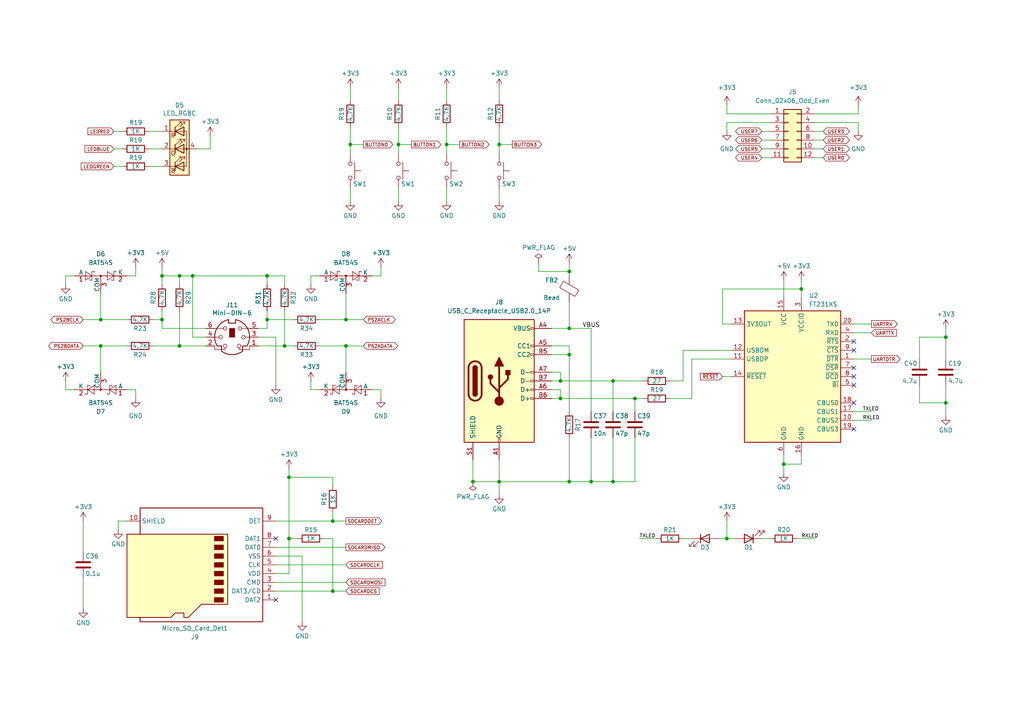
<source format=kicad_sch>
(kicad_sch (version 20250114) (generator "eeschema") (generator_version "9.0")
  (paper "A4")
  (lib_symbols
    (symbol "Connector:Micro_SD_Card_Det1"
      (property "Reference" "J" (at -16.51 17.78 0))
      (property "Value" "Micro_SD_Card_Det1" (at 16.51 17.78 0))
      (symbol "Micro_SD_Card_Det1_1_1"
        (pin bidirectional line (at -22.86 10.16 0) (length 3.81) (name "DAT2") (number "1"))
        (pin bidirectional line (at -22.86 7.62 0) (length 3.81) (name "DAT3/CD") (number "2"))
        (pin input line (at -22.86 5.08 0) (length 3.81) (name "CMD") (number "3"))
        (pin power_in line (at -22.86 2.54 0) (length 3.81) (name "VDD") (number "4"))
        (pin input line (at -22.86 0 0) (length 3.81) (name "CLK") (number "5"))
        (pin power_in line (at -22.86 -2.54 0) (length 3.81) (name "VSS") (number "6"))
        (pin bidirectional line (at -22.86 -5.08 0) (length 3.81) (name "DAT0") (number "7"))
        (pin bidirectional line (at -22.86 -7.62 0) (length 3.81) (name "DAT1") (number "8"))
        (pin passive line (at -22.86 -12.7 0) (length 3.81) (name "DET") (number "9"))
        (pin passive line (at 20.32 -12.7 180) (length 3.81) (name "SHIELD") (number "10"))
      )
    )
    (symbol "Connector:Mini-DIN-6" (pin_names (offset 1.016))
      (property "Reference" "J" (at 0 6.35 0))
      (property "Value" "Mini-DIN-6" (at 0 -6.35 0))
      (symbol "Mini-DIN-6_1_1"
        (pin passive line (at -7.62 2.54 0) (length 2.54) (name "~") (number "6"))
        (pin passive line (at -7.62 0 0) (length 2.54) (name "~") (number "4"))
        (pin passive line (at -7.62 -2.54 0) (length 2.54) (name "~") (number "2"))
        (pin passive line (at 7.62 2.54 180) (length 2.54) (name "~") (number "5"))
        (pin passive line (at 7.62 0 180) (length 2.54) (name "~") (number "3"))
        (pin passive line (at 7.62 -2.54 180) (length 2.54) (name "~") (number "1"))
      )
    )
    (symbol "Connector:USB_C_Receptacle_USB2.0_14P" (pin_names (offset 1.016))
      (property "Reference" "J" (at 0 22.225 0))
      (property "Value" "USB_C_Receptacle_USB2.0_14P" (at 0 19.685 0))
      (symbol "USB_C_Receptacle_USB2.0_14P_1_1"
        (pin passive line (at -7.62 -22.86 90) (length 5.08) (name "SHIELD") (number "S1"))
        (pin passive line (at 0 -22.86 90) (length 5.08) (name "GND") (number "A1"))
        (pin passive line (at 0 -22.86 90) (length 5.08) (hide yes) (name "GND") (number "A12"))
        (pin passive line (at 0 -22.86 90) (length 5.08) (hide yes) (name "GND") (number "B1"))
        (pin passive line (at 0 -22.86 90) (length 5.08) (hide yes) (name "GND") (number "B12"))
        (pin passive line (at 15.24 15.24 180) (length 5.08) (name "VBUS") (number "A4"))
        (pin passive line (at 15.24 15.24 180) (length 5.08) (hide yes) (name "VBUS") (number "A9"))
        (pin passive line (at 15.24 15.24 180) (length 5.08) (hide yes) (name "VBUS") (number "B4"))
        (pin passive line (at 15.24 15.24 180) (length 5.08) (hide yes) (name "VBUS") (number "B9"))
        (pin bidirectional line (at 15.24 10.16 180) (length 5.08) (name "CC1") (number "A5"))
        (pin bidirectional line (at 15.24 7.62 180) (length 5.08) (name "CC2") (number "B5"))
        (pin bidirectional line (at 15.24 2.54 180) (length 5.08) (name "D-") (number "A7"))
        (pin bidirectional line (at 15.24 0 180) (length 5.08) (name "D-") (number "B7"))
        (pin bidirectional line (at 15.24 -2.54 180) (length 5.08) (name "D+") (number "A6"))
        (pin bidirectional line (at 15.24 -5.08 180) (length 5.08) (name "D+") (number "B6"))
      )
    )
    (symbol "Connector_Generic:Conn_02x06_Odd_Even" (pin_names (offset 1.016) (hide yes))
      (property "Reference" "J" (at 1.27 7.62 0))
      (property "Value" "Conn_02x06_Odd_Even" (at 1.27 -10.16 0))
      (symbol "Conn_02x06_Odd_Even_1_1"
        (pin passive line (at -5.08 5.08 0) (length 3.81) (name "Pin_1") (number "1"))
        (pin passive line (at -5.08 2.54 0) (length 3.81) (name "Pin_3") (number "3"))
        (pin passive line (at -5.08 0 0) (length 3.81) (name "Pin_5") (number "5"))
        (pin passive line (at -5.08 -2.54 0) (length 3.81) (name "Pin_7") (number "7"))
        (pin passive line (at -5.08 -5.08 0) (length 3.81) (name "Pin_9") (number "9"))
        (pin passive line (at -5.08 -7.62 0) (length 3.81) (name "Pin_11") (number "11"))
        (pin passive line (at 7.62 5.08 180) (length 3.81) (name "Pin_2") (number "2"))
        (pin passive line (at 7.62 2.54 180) (length 3.81) (name "Pin_4") (number "4"))
        (pin passive line (at 7.62 0 180) (length 3.81) (name "Pin_6") (number "6"))
        (pin passive line (at 7.62 -2.54 180) (length 3.81) (name "Pin_8") (number "8"))
        (pin passive line (at 7.62 -5.08 180) (length 3.81) (name "Pin_10") (number "10"))
        (pin passive line (at 7.62 -7.62 180) (length 3.81) (name "Pin_12") (number "12"))
      )
    )
    (symbol "Device:C" (pin_numbers (hide yes)) (pin_names (offset 0.254))
      (property "Reference" "C" (at 0.635 2.54 0))
      (property "Value" "C" (at 0.635 -2.54 0))
      (symbol "C_1_1"
        (pin passive line (at 0 3.81 270) (length 2.794) (name "~") (number "1"))
        (pin passive line (at 0 -3.81 90) (length 2.794) (name "~") (number "2"))
      )
    )
    (symbol "Device:FerriteBead" (pin_numbers (hide yes)) (pin_names (offset 0))
      (property "Reference" "FB" (at -3.81 0.635 90))
      (property "Value" "FerriteBead" (at 3.81 0 90))
      (symbol "FerriteBead_1_1"
        (pin passive line (at 0 3.81 270) (length 2.54) (name "~") (number "1"))
        (pin passive line (at 0 -3.81 90) (length 2.54) (name "~") (number "2"))
      )
    )
    (symbol "Device:LED" (pin_numbers (hide yes)) (pin_names (offset 1.016) (hide yes))
      (property "Reference" "D" (at 0 2.54 0))
      (property "Value" "LED" (at 0 -2.54 0))
      (symbol "LED_1_1"
        (pin passive line (at -3.81 0 0) (length 2.54) (name "K") (number "1"))
        (pin passive line (at 3.81 0 180) (length 2.54) (name "A") (number "2"))
      )
    )
    (symbol "Device:LED_RGBA" (pin_names (offset 0) (hide yes))
      (property "Reference" "D" (at 0 9.398 0))
      (property "Value" "LED_RGBA" (at 0 -8.89 0))
      (symbol "LED_RGBA_0_0"
        (text "R" (at -1.905 3.81 0) (effects (font (size 1.27 1.27))))
        (text "G" (at -1.905 -1.27 0) (effects (font (size 1.27 1.27))))
        (text "B" (at -1.905 -6.35 0) (effects (font (size 1.27 1.27))))
      )
      (symbol "LED_RGBA_1_1"
        (pin passive line (at -5.08 5.08 0) (length 2.54) (name "RK") (number "1"))
        (pin passive line (at -5.08 0 0) (length 2.54) (name "GK") (number "2"))
        (pin passive line (at -5.08 -5.08 0) (length 2.54) (name "BK") (number "3"))
        (pin passive line (at 5.08 0 180) (length 2.54) (name "A") (number "4"))
      )
    )
    (symbol "Device:R" (pin_numbers (hide yes)) (pin_names (offset 0))
      (property "Reference" "R" (at 2.032 0 90))
      (property "Value" "R" (at 0 0 90))
      (symbol "R_1_1"
        (pin passive line (at 0 3.81 270) (length 1.27) (name "~") (number "1"))
        (pin passive line (at 0 -3.81 90) (length 1.27) (name "~") (number "2"))
      )
    )
    (symbol "Diode:BAT54S" (pin_names (offset 0))
      (property "Reference" "D" (at 2.54 -5.08 0))
      (property "Value" "BAT54S" (at -6.35 3.175 0))
      (symbol "BAT54S_1_1"
        (pin passive line (at -7.62 0 0) (length 3.81) (name "A") (number "1"))
        (pin passive line (at 0 -5.08 90) (length 5.08) (name "COM") (number "3"))
        (pin passive line (at 7.62 0 180) (length 3.81) (name "K") (number "2"))
      )
    )
    (symbol "Interface_USB:FT231XS"
      (property "Reference" "U" (at -13.97 20.32 0))
      (property "Value" "FT231XS" (at 7.62 20.32 0))
      (symbol "FT231XS_1_1"
        (pin power_out line (at -17.78 15.24 0) (length 3.81) (name "3V3OUT") (number "13"))
        (pin bidirectional line (at -17.78 7.62 0) (length 3.81) (name "USBDM") (number "12"))
        (pin bidirectional line (at -17.78 5.08 0) (length 3.81) (name "USBDP") (number "11"))
        (pin input line (at -17.78 0 0) (length 3.81) (name "~{RESET}") (number "14"))
        (pin power_in line (at -2.54 22.86 270) (length 3.81) (name "VCC") (number "15"))
        (pin power_in line (at -2.54 -22.86 90) (length 3.81) (name "GND") (number "6"))
        (pin power_in line (at 2.54 22.86 270) (length 3.81) (name "VCCIO") (number "3"))
        (pin power_in line (at 2.54 -22.86 90) (length 3.81) (name "GND") (number "16"))
        (pin output line (at 17.78 15.24 180) (length 3.81) (name "TXD") (number "20"))
        (pin input line (at 17.78 12.7 180) (length 3.81) (name "RXD") (number "4"))
        (pin output line (at 17.78 10.16 180) (length 3.81) (name "~{RTS}") (number "2"))
        (pin input line (at 17.78 7.62 180) (length 3.81) (name "~{CTS}") (number "9"))
        (pin output line (at 17.78 5.08 180) (length 3.81) (name "~{DTR}") (number "1"))
        (pin input line (at 17.78 2.54 180) (length 3.81) (name "~{DSR}") (number "7"))
        (pin input line (at 17.78 0 180) (length 3.81) (name "~{DCD}") (number "8"))
        (pin input line (at 17.78 -2.54 180) (length 3.81) (name "~{RI}") (number "5"))
        (pin bidirectional line (at 17.78 -7.62 180) (length 3.81) (name "CBUS0") (number "18"))
        (pin bidirectional line (at 17.78 -10.16 180) (length 3.81) (name "CBUS1") (number "17"))
        (pin bidirectional line (at 17.78 -12.7 180) (length 3.81) (name "CBUS2") (number "10"))
        (pin bidirectional line (at 17.78 -15.24 180) (length 3.81) (name "CBUS3") (number "19"))
      )
    )
    (symbol "Switch:SW_Push" (pin_numbers (hide yes)) (pin_names (offset 1.016) (hide yes))
      (property "Reference" "SW" (at 1.27 2.54 0))
      (property "Value" "SW_Push" (at 0 -1.524 0))
      (symbol "SW_Push_0_1"
        (pin passive line (at -5.08 0 0) (length 2.54) (name "1") (number "1"))
        (pin passive line (at 5.08 0 180) (length 2.54) (name "2") (number "2"))
      )
    )
    (symbol "power:+3V3" (power) (pin_numbers (hide yes)) (pin_names (offset 0) (hide yes))
      (property "Value" "+3V3" (at 0 3.556 0))
      (symbol "+3V3_1_1"
        (pin power_in line (at 0 0 90) (length 0) (name "~") (number "1"))
      )
    )
    (symbol "power:+5V" (power) (pin_numbers (hide yes)) (pin_names (offset 0) (hide yes))
      (property "Value" "+5V" (at 0 3.556 0))
      (symbol "+5V_1_1"
        (pin power_in line (at 0 0 90) (length 0) (name "~") (number "1"))
      )
    )
    (symbol "power:GND" (power) (pin_numbers (hide yes)) (pin_names (offset 0) (hide yes))
      (property "Value" "GND" (at 0 -3.81 0))
      (symbol "GND_1_1"
        (pin power_in line (at 0 0 270) (length 0) (name "~") (number "1"))
      )
    )
    (symbol "power:PWR_FLAG" (power) (pin_numbers (hide yes)) (pin_names (offset 0) (hide yes))
      (property "Value" "PWR_FLAG" (at 0 3.81 0))
      (symbol "PWR_FLAG_0_0"
        (pin power_out line (at 0 0 90) (length 0) (name "~") (number "1"))
      )
    )
  )
  (junction (at 29.21 100.33))
  (junction (at 210.82 156.21))
  (junction (at 274.32 116.84))
  (junction (at 77.47 80.01))
  (junction (at 184.15 115.57))
  (junction (at 137.16 139.7))
  (junction (at 46.99 92.71))
  (junction (at 165.1 102.87))
  (junction (at 83.82 138.43))
  (junction (at 52.07 100.33))
  (junction (at 274.32 97.79))
  (junction (at 100.33 92.71))
  (junction (at 232.41 83.82))
  (junction (at 129.54 41.91))
  (junction (at 144.78 139.7))
  (junction (at 162.56 115.57))
  (junction (at 82.55 100.33))
  (junction (at 101.6 41.91))
  (junction (at 29.21 92.71))
  (junction (at 177.8 139.7))
  (junction (at 83.82 156.21))
  (junction (at 162.56 110.49))
  (junction (at 165.1 139.7))
  (junction (at 52.07 80.01))
  (junction (at 96.52 171.45))
  (junction (at 177.8 110.49))
  (junction (at 171.45 139.7))
  (junction (at 144.78 41.91))
  (junction (at 165.1 95.25))
  (junction (at 227.33 134.62))
  (junction (at 96.52 151.13))
  (junction (at 115.57 41.91))
  (junction (at 55.88 80.01))
  (junction (at 77.47 92.71))
  (junction (at 100.33 100.33))
  (junction (at 165.1 78.74))
  (junction (at 46.99 80.01))
  (no_connect (at 80.01 173.99))
  (no_connect (at 247.65 116.84))
  (no_connect (at 247.65 111.76))
  (no_connect (at 247.65 124.46))
  (no_connect (at 247.65 99.06))
  (no_connect (at 247.65 106.68))
  (no_connect (at 247.65 109.22))
  (no_connect (at 247.65 101.6))
  (no_connect (at 80.01 156.21))
  (wire (pts (xy 129.54 41.91) (xy 133.35 41.91)))
  (wire (pts (xy 236.22 35.56) (xy 248.92 35.56)))
  (wire (pts (xy 198.12 110.49) (xy 198.12 101.6)))
  (wire (pts (xy 184.15 115.57) (xy 184.15 119.38)))
  (wire (pts (xy 83.82 138.43) (xy 96.52 138.43)))
  (wire (pts (xy 115.57 25.4) (xy 115.57 29.21)))
  (wire (pts (xy 160.02 95.25) (xy 165.1 95.25)))
  (wire (pts (xy 248.92 35.56) (xy 248.92 38.1)))
  (wire (pts (xy 105.41 100.33) (xy 100.33 100.33)))
  (wire (pts (xy 274.32 116.84) (xy 274.32 120.65)))
  (wire (pts (xy 96.52 151.13) (xy 96.52 148.59)))
  (wire (pts (xy 165.1 76.2) (xy 165.1 78.74)))
  (wire (pts (xy 247.65 104.14) (xy 252.73 104.14)))
  (wire (pts (xy 144.78 36.83) (xy 144.78 41.91)))
  (wire (pts (xy 165.1 127) (xy 165.1 139.7)))
  (wire (pts (xy 96.52 138.43) (xy 96.52 140.97)))
  (wire (pts (xy 171.45 139.7) (xy 165.1 139.7)))
  (wire (pts (xy 96.52 171.45) (xy 100.33 171.45)))
  (wire (pts (xy 55.88 80.01) (xy 77.47 80.01)))
  (wire (pts (xy 208.28 156.21) (xy 210.82 156.21)))
  (wire (pts (xy 144.78 133.35) (xy 144.78 139.7)))
  (wire (pts (xy 43.18 43.18) (xy 46.99 43.18)))
  (wire (pts (xy 101.6 41.91) (xy 101.6 44.45)))
  (wire (pts (xy 194.31 115.57) (xy 200.66 115.57)))
  (wire (pts (xy 59.69 95.25) (xy 46.99 95.25)))
  (wire (pts (xy 171.45 95.25) (xy 165.1 95.25)))
  (wire (pts (xy 227.33 134.62) (xy 232.41 134.62)))
  (wire (pts (xy 101.6 25.4) (xy 101.6 29.21)))
  (wire (pts (xy 101.6 36.83) (xy 101.6 41.91)))
  (wire (pts (xy 24.13 151.13) (xy 24.13 160.02)))
  (wire (pts (xy 110.49 115.57) (xy 110.49 113.03)))
  (wire (pts (xy 24.13 92.71) (xy 29.21 92.71)))
  (wire (pts (xy 274.32 111.76) (xy 274.32 116.84)))
  (wire (pts (xy 34.29 153.67) (xy 34.29 151.13)))
  (wire (pts (xy 210.82 151.13) (xy 210.82 156.21)))
  (wire (pts (xy 144.78 54.61) (xy 144.78 58.42)))
  (wire (pts (xy 162.56 115.57) (xy 162.56 113.03)))
  (wire (pts (xy 115.57 41.91) (xy 119.38 41.91)))
  (wire (pts (xy 115.57 36.83) (xy 115.57 41.91)))
  (wire (pts (xy 80.01 171.45) (xy 96.52 171.45)))
  (wire (pts (xy 60.96 39.37) (xy 60.96 43.18)))
  (wire (pts (xy 129.54 25.4) (xy 129.54 29.21)))
  (wire (pts (xy 21.59 80.01) (xy 19.05 80.01)))
  (wire (pts (xy 156.21 78.74) (xy 156.21 76.2)))
  (wire (pts (xy 46.99 90.17) (xy 46.99 92.71)))
  (wire (pts (xy 165.1 78.74) (xy 165.1 80.01)))
  (wire (pts (xy 238.76 38.1) (xy 236.22 38.1)))
  (wire (pts (xy 171.45 119.38) (xy 171.45 95.25)))
  (wire (pts (xy 90.17 110.49) (xy 90.17 113.03)))
  (wire (pts (xy 220.98 38.1) (xy 223.52 38.1)))
  (wire (pts (xy 266.7 116.84) (xy 266.7 111.76)))
  (wire (pts (xy 39.37 80.01) (xy 39.37 77.47)))
  (wire (pts (xy 129.54 41.91) (xy 129.54 44.45)))
  (wire (pts (xy 162.56 110.49) (xy 162.56 107.95)))
  (wire (pts (xy 223.52 33.02) (xy 210.82 33.02)))
  (wire (pts (xy 144.78 41.91) (xy 144.78 44.45)))
  (wire (pts (xy 274.32 95.25) (xy 274.32 97.79)))
  (wire (pts (xy 100.33 100.33) (xy 100.33 107.95)))
  (wire (pts (xy 33.02 38.1) (xy 35.56 38.1)))
  (wire (pts (xy 160.02 115.57) (xy 162.56 115.57)))
  (wire (pts (xy 210.82 30.48) (xy 210.82 33.02)))
  (wire (pts (xy 87.63 161.29) (xy 80.01 161.29)))
  (wire (pts (xy 52.07 100.33) (xy 59.69 100.33)))
  (wire (pts (xy 232.41 81.28) (xy 232.41 83.82)))
  (wire (pts (xy 101.6 41.91) (xy 105.41 41.91)))
  (wire (pts (xy 212.09 93.98) (xy 209.55 93.98)))
  (wire (pts (xy 236.22 33.02) (xy 248.92 33.02)))
  (wire (pts (xy 46.99 82.55) (xy 46.99 80.01)))
  (wire (pts (xy 80.01 158.75) (xy 100.33 158.75)))
  (wire (pts (xy 227.33 81.28) (xy 227.33 86.36)))
  (wire (pts (xy 171.45 127) (xy 171.45 139.7)))
  (wire (pts (xy 33.02 48.26) (xy 35.56 48.26)))
  (wire (pts (xy 80.01 151.13) (xy 96.52 151.13)))
  (wire (pts (xy 177.8 139.7) (xy 177.8 127)))
  (wire (pts (xy 36.83 80.01) (xy 39.37 80.01)))
  (wire (pts (xy 162.56 107.95) (xy 160.02 107.95)))
  (wire (pts (xy 77.47 92.71) (xy 77.47 95.25)))
  (wire (pts (xy 101.6 54.61) (xy 101.6 58.42)))
  (wire (pts (xy 162.56 110.49) (xy 177.8 110.49)))
  (wire (pts (xy 177.8 110.49) (xy 177.8 119.38)))
  (wire (pts (xy 165.1 100.33) (xy 165.1 102.87)))
  (wire (pts (xy 55.88 97.79) (xy 55.88 80.01)))
  (wire (pts (xy 24.13 100.33) (xy 29.21 100.33)))
  (wire (pts (xy 274.32 116.84) (xy 266.7 116.84)))
  (wire (pts (xy 248.92 33.02) (xy 248.92 30.48)))
  (wire (pts (xy 247.65 119.38) (xy 252.73 119.38)))
  (wire (pts (xy 24.13 167.64) (xy 24.13 176.53)))
  (wire (pts (xy 80.01 168.91) (xy 100.33 168.91)))
  (wire (pts (xy 162.56 115.57) (xy 184.15 115.57)))
  (wire (pts (xy 200.66 115.57) (xy 200.66 104.14)))
  (wire (pts (xy 232.41 83.82) (xy 232.41 86.36)))
  (wire (pts (xy 185.42 156.21) (xy 190.5 156.21)))
  (wire (pts (xy 21.59 113.03) (xy 19.05 113.03)))
  (wire (pts (xy 83.82 156.21) (xy 86.36 156.21)))
  (wire (pts (xy 39.37 115.57) (xy 39.37 113.03)))
  (wire (pts (xy 220.98 43.18) (xy 223.52 43.18)))
  (wire (pts (xy 93.98 156.21) (xy 96.52 156.21)))
  (wire (pts (xy 100.33 92.71) (xy 92.71 92.71)))
  (wire (pts (xy 177.8 110.49) (xy 186.69 110.49)))
  (wire (pts (xy 231.14 156.21) (xy 236.22 156.21)))
  (wire (pts (xy 184.15 115.57) (xy 186.69 115.57)))
  (wire (pts (xy 160.02 110.49) (xy 162.56 110.49)))
  (wire (pts (xy 74.93 95.25) (xy 77.47 95.25)))
  (wire (pts (xy 184.15 139.7) (xy 184.15 127)))
  (wire (pts (xy 210.82 35.56) (xy 223.52 35.56)))
  (wire (pts (xy 209.55 93.98) (xy 209.55 83.82)))
  (wire (pts (xy 247.65 121.92) (xy 252.73 121.92)))
  (wire (pts (xy 100.33 100.33) (xy 92.71 100.33)))
  (wire (pts (xy 29.21 85.09) (xy 29.21 92.71)))
  (wire (pts (xy 96.52 156.21) (xy 96.52 171.45)))
  (wire (pts (xy 80.01 163.83) (xy 100.33 163.83)))
  (wire (pts (xy 29.21 100.33) (xy 29.21 107.95)))
  (wire (pts (xy 210.82 35.56) (xy 210.82 38.1)))
  (wire (pts (xy 52.07 90.17) (xy 52.07 100.33)))
  (wire (pts (xy 160.02 100.33) (xy 165.1 100.33)))
  (wire (pts (xy 29.21 100.33) (xy 36.83 100.33)))
  (wire (pts (xy 238.76 40.64) (xy 236.22 40.64)))
  (wire (pts (xy 220.98 156.21) (xy 223.52 156.21)))
  (wire (pts (xy 144.78 139.7) (xy 144.78 143.51)))
  (wire (pts (xy 247.65 93.98) (xy 252.73 93.98)))
  (wire (pts (xy 266.7 97.79) (xy 266.7 104.14)))
  (wire (pts (xy 77.47 82.55) (xy 77.47 80.01)))
  (wire (pts (xy 46.99 77.47) (xy 46.99 80.01)))
  (wire (pts (xy 34.29 151.13) (xy 36.83 151.13)))
  (wire (pts (xy 82.55 80.01) (xy 82.55 82.55)))
  (wire (pts (xy 110.49 80.01) (xy 110.49 77.47)))
  (wire (pts (xy 274.32 97.79) (xy 266.7 97.79)))
  (wire (pts (xy 80.01 166.37) (xy 83.82 166.37)))
  (wire (pts (xy 247.65 96.52) (xy 252.73 96.52)))
  (wire (pts (xy 96.52 151.13) (xy 100.33 151.13)))
  (wire (pts (xy 144.78 41.91) (xy 148.59 41.91)))
  (wire (pts (xy 52.07 80.01) (xy 55.88 80.01)))
  (wire (pts (xy 238.76 45.72) (xy 236.22 45.72)))
  (wire (pts (xy 156.21 78.74) (xy 165.1 78.74)))
  (wire (pts (xy 194.31 110.49) (xy 198.12 110.49)))
  (wire (pts (xy 83.82 135.89) (xy 83.82 138.43)))
  (wire (pts (xy 46.99 92.71) (xy 46.99 95.25)))
  (wire (pts (xy 177.8 139.7) (xy 184.15 139.7)))
  (wire (pts (xy 200.66 156.21) (xy 198.12 156.21)))
  (wire (pts (xy 74.93 97.79) (xy 80.01 97.79)))
  (wire (pts (xy 160.02 102.87) (xy 165.1 102.87)))
  (wire (pts (xy 232.41 134.62) (xy 232.41 132.08)))
  (wire (pts (xy 137.16 139.7) (xy 144.78 139.7)))
  (wire (pts (xy 52.07 100.33) (xy 44.45 100.33)))
  (wire (pts (xy 46.99 80.01) (xy 52.07 80.01)))
  (wire (pts (xy 115.57 41.91) (xy 115.57 44.45)))
  (wire (pts (xy 43.18 48.26) (xy 46.99 48.26)))
  (wire (pts (xy 83.82 156.21) (xy 83.82 166.37)))
  (wire (pts (xy 144.78 25.4) (xy 144.78 29.21)))
  (wire (pts (xy 33.02 43.18) (xy 35.56 43.18)))
  (wire (pts (xy 115.57 54.61) (xy 115.57 58.42)))
  (wire (pts (xy 92.71 80.01) (xy 90.17 80.01)))
  (wire (pts (xy 80.01 97.79) (xy 80.01 111.76)))
  (wire (pts (xy 198.12 101.6) (xy 212.09 101.6)))
  (wire (pts (xy 55.88 97.79) (xy 59.69 97.79)))
  (wire (pts (xy 46.99 92.71) (xy 44.45 92.71)))
  (wire (pts (xy 209.55 83.82) (xy 232.41 83.82)))
  (wire (pts (xy 220.98 45.72) (xy 223.52 45.72)))
  (wire (pts (xy 171.45 139.7) (xy 177.8 139.7)))
  (wire (pts (xy 85.09 92.71) (xy 77.47 92.71)))
  (wire (pts (xy 107.95 80.01) (xy 110.49 80.01)))
  (wire (pts (xy 238.76 43.18) (xy 236.22 43.18)))
  (wire (pts (xy 129.54 36.83) (xy 129.54 41.91)))
  (wire (pts (xy 209.55 109.22) (xy 212.09 109.22)))
  (wire (pts (xy 87.63 180.34) (xy 87.63 161.29)))
  (wire (pts (xy 85.09 100.33) (xy 82.55 100.33)))
  (wire (pts (xy 19.05 110.49) (xy 19.05 113.03)))
  (wire (pts (xy 274.32 97.79) (xy 274.32 104.14)))
  (wire (pts (xy 137.16 139.7) (xy 137.16 133.35)))
  (wire (pts (xy 60.96 43.18) (xy 57.15 43.18)))
  (wire (pts (xy 129.54 54.61) (xy 129.54 58.42)))
  (wire (pts (xy 77.47 80.01) (xy 82.55 80.01)))
  (wire (pts (xy 29.21 92.71) (xy 36.83 92.71)))
  (wire (pts (xy 100.33 85.09) (xy 100.33 92.71)))
  (wire (pts (xy 162.56 113.03) (xy 160.02 113.03)))
  (wire (pts (xy 165.1 87.63) (xy 165.1 95.25)))
  (wire (pts (xy 77.47 90.17) (xy 77.47 92.71)))
  (wire (pts (xy 74.93 100.33) (xy 82.55 100.33)))
  (wire (pts (xy 165.1 102.87) (xy 165.1 119.38)))
  (wire (pts (xy 144.78 139.7) (xy 165.1 139.7)))
  (wire (pts (xy 210.82 156.21) (xy 213.36 156.21)))
  (wire (pts (xy 43.18 38.1) (xy 46.99 38.1)))
  (wire (pts (xy 227.33 132.08) (xy 227.33 134.62)))
  (wire (pts (xy 82.55 90.17) (xy 82.55 100.33)))
  (wire (pts (xy 90.17 82.55) (xy 90.17 80.01)))
  (wire (pts (xy 52.07 82.55) (xy 52.07 80.01)))
  (wire (pts (xy 220.98 40.64) (xy 223.52 40.64)))
  (wire (pts (xy 105.41 92.71) (xy 100.33 92.71)))
  (wire (pts (xy 107.95 113.03) (xy 110.49 113.03)))
  (wire (pts (xy 227.33 134.62) (xy 227.33 137.16)))
  (wire (pts (xy 36.83 113.03) (xy 39.37 113.03)))
  (wire (pts (xy 83.82 138.43) (xy 83.82 156.21)))
  (wire (pts (xy 19.05 82.55) (xy 19.05 80.01)))
  (wire (pts (xy 92.71 113.03) (xy 90.17 113.03)))
  (wire (pts (xy 200.66 104.14) (xy 212.09 104.14)))
  (label "TXLED" (at 185.42 156.21 0) (effects (font (size 1.016 1.016))))
  (label "RXLED" (at 232.41 156.21 0) (effects (font (size 1.016 1.016))))
  (label "TXLED" (at 250.19 119.38 0) (effects (font (size 1.016 1.016))))
  (label "VBUS" (at 168.91 95.25 0))
  (label "RXLED" (at 250.19 121.92 0) (effects (font (size 1.016 1.016))))
  (global_label "USER7" (shape bidirectional) (at 220.98 38.1 180) (effects (font (size 1 1))) (property "Intersheetrefs" "${INTERSHEET_REFS}" (effects (hide yes))))
  (global_label "LEDBLUE" (shape input) (at 33.02 43.18 180) (effects (font (size 1 1))) (property "Intersheetrefs" "${INTERSHEET_REFS}" (effects (hide yes))))
  (global_label "PS2ACLK" (shape bidirectional) (at 105.41 92.71 0) (effects (font (size 0.9906 0.9906))) (property "Intersheetrefs" "${INTERSHEET_REFS}" (effects (hide yes))))
  (global_label "PS2BCLK" (shape bidirectional) (at 24.13 92.71 180) (effects (font (size 0.9906 0.9906))) (property "Intersheetrefs" "${INTERSHEET_REFS}" (effects (hide yes))))
  (global_label "BUTTON3" (shape output) (at 148.59 41.91 0) (effects (font (size 1 1))) (property "Intersheetrefs" "${INTERSHEET_REFS}" (effects (hide yes))))
  (global_label "USER1" (shape bidirectional) (at 238.76 43.18 0) (effects (font (size 1 1))) (property "Intersheetrefs" "${INTERSHEET_REFS}" (effects (hide yes))))
  (global_label "UARTTX" (shape input) (at 252.73 96.52 0) (effects (font (size 1 1))) (property "Intersheetrefs" "${INTERSHEET_REFS}" (effects (hide yes))))
  (global_label "UARTRX" (shape output) (at 252.73 93.98 0) (effects (font (size 1 1))) (property "Intersheetrefs" "${INTERSHEET_REFS}" (effects (hide yes))))
  (global_label "SDCARDMISO" (shape output) (at 100.33 158.75 0) (effects (font (size 1 1))) (property "Intersheetrefs" "${INTERSHEET_REFS}" (effects (hide yes))))
  (global_label "LEDRED" (shape input) (at 33.02 38.1 180) (effects (font (size 1 1))) (property "Intersheetrefs" "${INTERSHEET_REFS}" (effects (hide yes))))
  (global_label "PS2BDATA" (shape bidirectional) (at 24.13 100.33 180) (effects (font (size 0.9906 0.9906))) (property "Intersheetrefs" "${INTERSHEET_REFS}" (effects (hide yes))))
  (global_label "USER3" (shape bidirectional) (at 238.76 38.1 0) (effects (font (size 1 1))) (property "Intersheetrefs" "${INTERSHEET_REFS}" (effects (hide yes))))
  (global_label "USER0" (shape bidirectional) (at 238.76 45.72 0) (effects (font (size 1 1))) (property "Intersheetrefs" "${INTERSHEET_REFS}" (effects (hide yes))))
  (global_label "BUTTON1" (shape output) (at 119.38 41.91 0) (effects (font (size 1 1))) (property "Intersheetrefs" "${INTERSHEET_REFS}" (effects (hide yes))))
  (global_label "USER4" (shape bidirectional) (at 220.98 45.72 180) (effects (font (size 1 1))) (property "Intersheetrefs" "${INTERSHEET_REFS}" (effects (hide yes))))
  (global_label "SDCARDMOSI" (shape input) (at 100.33 168.91 0) (effects (font (size 1 1))) (property "Intersheetrefs" "${INTERSHEET_REFS}" (effects (hide yes))))
  (global_label "BUTTON2" (shape output) (at 133.35 41.91 0) (effects (font (size 1 1))) (property "Intersheetrefs" "${INTERSHEET_REFS}" (effects (hide yes))))
  (global_label "BUTTON0" (shape output) (at 105.41 41.91 0) (effects (font (size 1 1))) (property "Intersheetrefs" "${INTERSHEET_REFS}" (effects (hide yes))))
  (global_label "LEDGREEN" (shape input) (at 33.02 48.26 180) (effects (font (size 1 1))) (property "Intersheetrefs" "${INTERSHEET_REFS}" (effects (hide yes))))
  (global_label "~{RESET}" (shape input) (at 209.55 109.22 180) (effects (font (size 1 1))) (property "Intersheetrefs" "${INTERSHEET_REFS}" (effects (hide yes))))
  (global_label "SDCARDDET" (shape output) (at 100.33 151.13 0) (effects (font (size 1 1))) (property "Intersheetrefs" "${INTERSHEET_REFS}" (effects (hide yes))))
  (global_label "PS2ADATA" (shape bidirectional) (at 105.41 100.33 0) (effects (font (size 0.9906 0.9906))) (property "Intersheetrefs" "${INTERSHEET_REFS}" (effects (hide yes))))
  (global_label "SDCARDCLK" (shape input) (at 100.33 163.83 0) (effects (font (size 1 1))) (property "Intersheetrefs" "${INTERSHEET_REFS}" (effects (hide yes))))
  (global_label "USER5" (shape bidirectional) (at 220.98 43.18 180) (effects (font (size 1 1))) (property "Intersheetrefs" "${INTERSHEET_REFS}" (effects (hide yes))))
  (global_label "UARTDTR" (shape output) (at 252.73 104.14 0) (effects (font (size 1 1))) (property "Intersheetrefs" "${INTERSHEET_REFS}" (effects (hide yes))))
  (global_label "USER6" (shape bidirectional) (at 220.98 40.64 180) (effects (font (size 1 1))) (property "Intersheetrefs" "${INTERSHEET_REFS}" (effects (hide yes))))
  (global_label "SDCARDCS" (shape input) (at 100.33 171.45 0) (effects (font (size 1 1))) (property "Intersheetrefs" "${INTERSHEET_REFS}" (effects (hide yes))))
  (global_label "USER2" (shape bidirectional) (at 238.76 40.64 0) (effects (font (size 1 1))) (property "Intersheetrefs" "${INTERSHEET_REFS}" (effects (hide yes))))
  (symbol (lib_id "Device:R") (at 46.99 86.36 180) (unit 1)
    (property "Reference" "R28" (at 44.45 86.36 90))
    (property "Value" "4.7K" (at 46.99 86.36 90))
    (property "Footprint" "Resistor_SMD:R_0805_2012Metric" (effects (hide yes)))
  )
  (symbol (lib_id "Device:R") (at 52.07 86.36 180) (unit 1)
    (property "Reference" "R29" (at 54.61 86.36 90))
    (property "Value" "4.7K" (at 52.07 86.36 90))
    (property "Footprint" "Resistor_SMD:R_0805_2012Metric" (effects (hide yes)))
  )
  (symbol (lib_id "Device:R") (at 77.47 86.36 180) (unit 1)
    (property "Reference" "R31" (at 74.93 86.36 90))
    (property "Value" "4.7K" (at 77.47 86.36 90))
    (property "Footprint" "Resistor_SMD:R_0805_2012Metric" (effects (hide yes)))
  )
  (symbol (lib_id "Device:R") (at 82.55 86.36 180) (unit 1)
    (property "Reference" "R32" (at 85.09 86.36 90))
    (property "Value" "4.7K" (at 82.55 86.36 90))
    (property "Footprint" "Resistor_SMD:R_0805_2012Metric" (effects (hide yes)))
  )
  (symbol (lib_id "Device:R") (at 40.64 92.71 90) (unit 1)
    (property "Reference" "R23" (at 40.64 95.25 90))
    (property "Value" "4.7K" (at 40.64 92.71 90))
    (property "Footprint" "Resistor_SMD:R_0805_2012Metric" (effects (hide yes)))
  )
  (symbol (lib_id "Device:R") (at 40.64 100.33 90) (unit 1)
    (property "Reference" "R24" (at 40.64 102.87 90))
    (property "Value" "4.7K" (at 40.64 100.33 90))
    (property "Footprint" "Resistor_SMD:R_0805_2012Metric" (effects (hide yes)))
  )
  (symbol (lib_id "Device:R") (at 88.9 100.33 90) (unit 1)
    (property "Reference" "R33" (at 88.9 102.87 90))
    (property "Value" "4.7K" (at 88.9 100.33 90))
    (property "Footprint" "Resistor_SMD:R_0805_2012Metric" (effects (hide yes)))
  )
  (symbol (lib_id "Device:R") (at 88.9 92.71 90) (unit 1)
    (property "Reference" "R34" (at 88.9 95.25 90))
    (property "Value" "4.7K" (at 88.9 92.71 90))
    (property "Footprint" "Resistor_SMD:R_0805_2012Metric" (effects (hide yes)))
  )
  (symbol (lib_id "Connector:Mini-DIN-6") (at 67.31 97.79 0) (unit 1)
    (property "Reference" "J11" (at 67.31 88.4682 0))
    (property "Value" "Mini-DIN-6" (at 67.31 90.7796 0))
    (property "Footprint" "aslakfp:Connector_Mini-DIN_Female_6Pin_2rows" (effects (hide yes)))
    (property "Datasheet" "http://service.powerdynamics.com/ec/Catalog17/Section%2011.pdf" (effects (hide yes)))
  )
  (symbol (lib_id "Device:R") (at 194.31 156.21 270) (unit 1)
    (property "Reference" "R21" (at 194.31 153.67 90))
    (property "Value" "1K" (at 194.31 156.21 90))
    (property "Footprint" "Resistor_SMD:R_0805_2012Metric" (effects (hide yes)))
  )
  (symbol (lib_id "power:+3V3") (at 83.82 135.89 0) (unit 1)
    (property "Reference" "#PWR060" (effects (hide yes)))
    (property "Value" "+3V3" (at 83.82 131.7569 0))
    (property "Description" "Power symbol creates a global label with name \"+3V3\"" (effects (hide yes)))
  )
  (symbol (lib_id "power:+3V3") (at 210.82 151.13 0) (unit 1)
    (property "Reference" "#PWR069" (effects (hide yes)))
    (property "Value" "+3V3" (at 210.82 146.9969 0))
    (property "Description" "Power symbol creates a global label with name \"+3V3\"" (effects (hide yes)))
  )
  (symbol (lib_id "Device:C") (at 24.13 163.83 0) (unit 1)
    (property "Reference" "C36" (at 24.765 161.29 0) (effects (justify left)))
    (property "Value" "0.1u" (at 24.765 166.37 0) (effects (justify left)))
    (property "Footprint" "Capacitor_SMD:C_0805_2012Metric" (effects (hide yes)))
  )
  (symbol (lib_id "Device:R") (at 144.78 33.02 180) (unit 1)
    (property "Reference" "R12" (at 142.24 33.02 90))
    (property "Value" "4.7K" (at 144.78 33.02 90))
    (property "Footprint" "Resistor_SMD:R_0805_2012Metric" (effects (hide yes)))
  )
  (symbol (lib_id "power:GND") (at 248.92 38.1 0) (mirror y) (unit 1)
    (property "Reference" "#PWR081" (effects (hide yes)))
    (property "Value" "GND" (at 248.92 43.18 0))
    (property "Description" "Power symbol creates a global label with name \"GND\" , ground" (effects (hide yes)))
  )
  (symbol (lib_id "power:+3V3") (at 39.37 77.47 0) (unit 1)
    (property "Reference" "#PWR019" (effects (hide yes)))
    (property "Value" "+3V3" (at 39.37 73.3369 0))
    (property "Description" "Power symbol creates a global label with name \"+3V3\"" (effects (hide yes)))
  )
  (symbol (lib_id "power:GND") (at 39.37 115.57 0) (unit 1)
    (property "Reference" "#PWR074" (effects (hide yes)))
    (property "Value" "GND" (at 39.37 120.65 0))
    (property "Description" "Power symbol creates a global label with name \"GND\" , ground" (effects (hide yes)))
  )
  (symbol (lib_id "Diode:BAT54S") (at 100.33 113.03 180) (unit 1)
    (property "Reference" "D9" (at 100.33 119.38 0))
    (property "Value" "BAT54S" (at 100.33 116.84 0))
    (property "Footprint" "Package_TO_SOT_SMD:SOT-23" (effects (hide yes)))
    (property "Datasheet" "https://www.diodes.com/assets/Datasheets/ds11005.pdf" (effects (hide yes)))
    (property "Description" "Vr 30V, If 200mA, Dual schottky barrier diode, in series, SOT-323" (effects (hide yes)))
  )
  (symbol (lib_id "Device:C") (at 177.8 123.19 0) (unit 1)
    (property "Reference" "C38" (at 178.435 120.65 0) (effects (justify left)))
    (property "Value" "47p" (at 178.435 125.73 0) (effects (justify left)))
    (property "Footprint" "Capacitor_SMD:C_0805_2012Metric" (effects (hide yes)))
  )
  (symbol (lib_id "Connector:Micro_SD_Card_Det1") (at 57.15 163.83 180) (unit 1)
    (property "Reference" "J9" (at 56.515 184.785 0))
    (property "Value" "Micro_SD_Card_Det1" (at 56.515 182.245 0))
    (property "Footprint" "Connector_Card:microSD_HC_Hirose_DM3BT-DSF-PEJS" (effects (hide yes)))
    (property "Datasheet" "https://datasheet.lcsc.com/lcsc/2110151630_XKB-Connectivity-XKTF-015-N_C381082.pdf" (effects (hide yes)))
    (property "Description" "Micro SD Card Socket with one card detection pin" (effects (hide yes)))
  )
  (symbol (lib_id "power:GND") (at 80.01 111.76 0) (unit 1)
    (property "Reference" "#PWR020" (effects (hide yes)))
    (property "Value" "GND" (at 80.01 115.8931 0))
    (property "Description" "Power symbol creates a global label with name \"GND\" , ground" (effects (hide yes)))
  )
  (symbol (lib_id "Device:R") (at 90.17 156.21 90) (unit 1)
    (property "Reference" "R15" (at 90.17 153.67 90))
    (property "Value" "1K" (at 90.17 156.21 90))
    (property "Footprint" "Resistor_SMD:R_0805_2012Metric" (effects (hide yes)))
  )
  (symbol (lib_id "Switch:SW_Push") (at 101.6 49.53 270) (unit 1)
    (property "Reference" "SW4" (at 104.394 53.34 90))
    (property "Value" "BUTTON" (effects (hide yes)))
    (property "Footprint" "Button_Switch_SMD:SW_Push_1P1T_NO_CK_KSC6xxJ" (effects (hide yes)))
    (instances (project "ESP01LEDDriver" (path "" (reference "SW1") (unit 1))) (project "MAXI030" (path "" (reference "SW1") (unit 1)) (path "" (reference "SW?") (unit 1))) (project "ICE40UPDevBoard" (path "" (reference "SW1") (unit 1))) (project "ICE40HXDevBoard" (path "" (reference "SW4") (unit 1))))
  )
  (symbol (lib_id "power:+3V3") (at 115.57 25.4 0) (unit 1)
    (property "Reference" "#PWR035" (effects (hide yes)))
    (property "Value" "+3V3" (at 115.57 21.2669 0))
    (property "Description" "Power symbol creates a global label with name \"+3V3\"" (effects (hide yes)))
  )
  (symbol (lib_id "power:+3V3") (at 129.54 25.4 0) (unit 1)
    (property "Reference" "#PWR037" (effects (hide yes)))
    (property "Value" "+3V3" (at 129.54 21.2669 0))
    (property "Description" "Power symbol creates a global label with name \"+3V3\"" (effects (hide yes)))
  )
  (symbol (lib_id "power:+3V3") (at 101.6 25.4 0) (unit 1)
    (property "Reference" "#PWR0105" (effects (hide yes)))
    (property "Value" "+3V3" (at 101.6 21.2669 0))
    (property "Description" "Power symbol creates a global label with name \"+3V3\"" (effects (hide yes)))
    (instances (project "ICE40UPDevBoard" (path "" (reference "#PWR046") (unit 1)) (path "" (reference "#PWR054") (unit 1))) (project "MDFPGA" (path "" (reference "#PWR01") (unit 1))) (project "ICE40HXDevBoard" (path "" (reference "#PWR0105") (unit 1))))
  )
  (symbol (lib_id "Device:R") (at 39.37 43.18 270) (mirror x) (unit 1)
    (property "Reference" "R26" (at 39.37 40.64 90))
    (property "Value" "1K" (at 39.37 43.18 90))
    (property "Footprint" "Resistor_SMD:R_0805_2012Metric" (effects (hide yes)))
    (instances (project "ICE40UPDevBoard" (path "" (reference "R19") (unit 1)) (path "" (reference "R28") (unit 1))) (project "MAXI030" (path "" (reference "R12") (unit 1))) (project "MDFPGA" (path "" (reference "R4") (unit 1)) (path "" (reference "R13") (unit 1))) (project "ICE40HXDevBoard" (path "" (reference "R26") (unit 1))))
  )
  (symbol (lib_id "power:GND") (at 144.78 143.51 0) (unit 1)
    (property "Reference" "#PWR064" (effects (hide yes)))
    (property "Value" "GND" (at 144.78 147.6431 0))
    (property "Description" "Power symbol creates a global label with name \"GND\" , ground" (effects (hide yes)))
  )
  (symbol (lib_id "Diode:BAT54S") (at 29.21 113.03 180) (unit 1)
    (property "Reference" "D7" (at 29.21 119.38 0))
    (property "Value" "BAT54S" (at 29.21 116.84 0))
    (property "Footprint" "Package_TO_SOT_SMD:SOT-23" (effects (hide yes)))
    (property "Datasheet" "https://www.diodes.com/assets/Datasheets/ds11005.pdf" (effects (hide yes)))
    (property "Description" "Vr 30V, If 200mA, Dual schottky barrier diode, in series, SOT-323" (effects (hide yes)))
  )
  (symbol (lib_id "Device:C") (at 171.45 123.19 0) (unit 1)
    (property "Reference" "C37" (at 172.085 120.65 0) (effects (justify left)))
    (property "Value" "10n" (at 172.085 125.73 0) (effects (justify left)))
    (property "Footprint" "Capacitor_SMD:C_0805_2012Metric" (effects (hide yes)))
  )
  (symbol (lib_id "Diode:BAT54S") (at 100.33 80.01 0) (unit 1)
    (property "Reference" "D8" (at 100.33 73.66 0))
    (property "Value" "BAT54S" (at 100.33 76.2 0))
    (property "Footprint" "Package_TO_SOT_SMD:SOT-23" (effects (hide yes)))
    (property "Datasheet" "https://www.diodes.com/assets/Datasheets/ds11005.pdf" (effects (hide yes)))
    (property "Description" "Vr 30V, If 200mA, Dual schottky barrier diode, in series, SOT-323" (effects (hide yes)))
  )
  (symbol (lib_id "power:+5V") (at 227.33 81.28 0) (unit 1)
    (property "Reference" "#PWR066" (effects (hide yes)))
    (property "Value" "+5V" (at 227.33 77.1469 0))
    (property "Description" "Power symbol creates a global label with name \"+5V\"" (effects (hide yes)))
  )
  (symbol (lib_id "Connector:USB_C_Receptacle_USB2.0_14P") (at 144.78 110.49 0) (unit 1)
    (property "Reference" "J8" (at 144.78 87.63 0))
    (property "Value" "USB_C_Receptacle_USB2.0_14P" (at 144.78 90.17 0))
    (property "Footprint" "Connector_USB:USB_C_Receptacle_GCT_USB4105-xx-A_16P_TopMnt_Horizontal" (effects (hide yes)))
    (property "Datasheet" "https://www.usb.org/sites/default/files/documents/usb_type-c.zip" (effects (hide yes)))
    (property "Description" "USB 2.0-only 14P Type-C Receptacle connector" (effects (hide yes)))
  )
  (symbol (lib_id "power:GND") (at 115.57 58.42 0) (unit 1)
    (property "Reference" "#PWR036" (effects (hide yes)))
    (property "Value" "GND" (at 115.57 62.5531 0))
    (property "Description" "Power symbol creates a global label with name \"GND\" , ground" (effects (hide yes)))
  )
  (symbol (lib_id "Device:R") (at 101.6 33.02 180) (unit 1)
    (property "Reference" "R30" (at 99.06 33.02 90))
    (property "Value" "4.7K" (at 101.6 33.02 90))
    (property "Footprint" "Resistor_SMD:R_0805_2012Metric" (effects (hide yes)))
    (instances (project "ICE40UPDevBoard" (path "" (reference "R19") (unit 1)) (path "" (reference "R30") (unit 1))) (project "MAXI030" (path "" (reference "R12") (unit 1))) (project "MDFPGA" (path "" (reference "R4") (unit 1)) (path "" (reference "R13") (unit 1))) (project "ICE40HXDevBoard" (path "" (reference "R30") (unit 1))))
  )
  (symbol (lib_id "Switch:SW_Push") (at 129.54 49.53 270) (unit 1)
    (property "Reference" "SW2" (at 132.334 53.34 90))
    (property "Value" "BUTTON" (effects (hide yes)))
    (property "Footprint" "Button_Switch_SMD:SW_Push_1P1T_NO_CK_KSC6xxJ" (effects (hide yes)))
  )
  (symbol (lib_id "Interface_USB:FT231XS") (at 229.87 109.22 0) (unit 1)
    (property "Reference" "U2" (at 234.6041 85.725 0) (effects (justify left)))
    (property "Value" "FT231XS" (at 234.6041 88.265 0) (effects (justify left)))
    (property "Footprint" "Package_SO:SSOP-20_3.9x8.7mm_P0.635mm" (effects (hide yes)))
    (property "Datasheet" "https://www.ftdichip.com/Support/Documents/DataSheets/ICs/DS_FT231X.pdf" (effects (hide yes)))
    (property "Description" "Full Speed USB to Full Handshake UART, SSOP-20" (effects (hide yes)))
  )
  (symbol (lib_id "power:GND") (at 144.78 58.42 0) (unit 1)
    (property "Reference" "#PWR040" (effects (hide yes)))
    (property "Value" "GND" (at 144.78 62.5531 0))
    (property "Description" "Power symbol creates a global label with name \"GND\" , ground" (effects (hide yes)))
  )
  (symbol (lib_id "power:+5V") (at 165.1 76.2 0) (unit 1)
    (property "Reference" "#PWR065" (effects (hide yes)))
    (property "Value" "+5V" (at 165.1 72.0669 0))
    (property "Description" "Power symbol creates a global label with name \"+5V\"" (effects (hide yes)))
  )
  (symbol (lib_id "Device:FerriteBead") (at 165.1 83.82 0) (unit 1)
    (property "Reference" "FB2" (at 160.02 81.28 0))
    (property "Value" "Bead" (at 160.02 86.36 0))
    (property "Footprint" "Inductor_SMD:L_1206_3216Metric" (effects (hide yes)))
    (property "Description" "Ferrite bead" (effects (hide yes)))
  )
  (symbol (lib_id "Device:R") (at 190.5 110.49 270) (unit 1)
    (property "Reference" "R18" (at 190.5 107.95 90))
    (property "Value" "27" (at 190.5 110.49 90))
    (property "Footprint" "Resistor_SMD:R_0805_2012Metric" (effects (hide yes)))
  )
  (symbol (lib_id "power:GND") (at 274.32 120.65 0) (unit 1)
    (property "Reference" "#PWR029" (effects (hide yes)))
    (property "Value" "GND" (at 274.32 124.7831 0))
    (property "Description" "Power symbol creates a global label with name \"GND\" , ground" (effects (hide yes)))
  )
  (symbol (lib_id "power:+3V3") (at 19.05 110.49 0) (mirror y) (unit 1)
    (property "Reference" "#PWR083" (effects (hide yes)))
    (property "Value" "+3V3" (at 19.05 106.3569 0))
    (property "Description" "Power symbol creates a global label with name \"+3V3\"" (effects (hide yes)))
  )
  (symbol (lib_id "power:+3V3") (at 232.41 81.28 0) (unit 1)
    (property "Reference" "#PWR067" (effects (hide yes)))
    (property "Value" "+3V3" (at 232.41 77.1469 0))
    (property "Description" "Power symbol creates a global label with name \"+3V3\"" (effects (hide yes)))
  )
  (symbol (lib_id "power:GND") (at 87.63 180.34 0) (mirror y) (unit 1)
    (property "Reference" "#PWR059" (effects (hide yes)))
    (property "Value" "GND" (at 87.63 184.4731 0))
    (property "Description" "Power symbol creates a global label with name \"GND\" , ground" (effects (hide yes)))
  )
  (symbol (lib_id "Device:R") (at 227.33 156.21 90) (unit 1)
    (property "Reference" "R20" (at 227.33 153.67 90))
    (property "Value" "1K" (at 227.33 156.21 90))
    (property "Footprint" "Resistor_SMD:R_0805_2012Metric" (effects (hide yes)))
  )
  (symbol (lib_id "Connector_Generic:Conn_02x06_Odd_Even") (at 228.6 38.1 0) (unit 1)
    (property "Reference" "J5" (at 229.87 26.67 0))
    (property "Value" "Conn_02x06_Odd_Even" (at 229.87 29.21 0))
    (property "Footprint" "Connector_PinSocket_2.54mm:PinSocket_2x06_P2.54mm_Horizontal" (effects (hide yes)))
    (property "Description" "Generic connector, double row, 02x06, odd/even pin numbering scheme (row 1 odd numbers, row 2 even numbers), script generated (kicad-library-utils/schlib/autogen/connector/)" (effects (hide yes)))
  )
  (symbol (lib_id "Device:R") (at 39.37 48.26 270) (mirror x) (unit 1)
    (property "Reference" "R27" (at 39.37 45.72 90))
    (property "Value" "1K" (at 39.37 48.26 90))
    (property "Footprint" "Resistor_SMD:R_0805_2012Metric" (effects (hide yes)))
    (instances (project "ICE40UPDevBoard" (path "" (reference "R19") (unit 1)) (path "" (reference "R29") (unit 1))) (project "MAXI030" (path "" (reference "R12") (unit 1))) (project "MDFPGA" (path "" (reference "R4") (unit 1)) (path "" (reference "R13") (unit 1))) (project "ICE40HXDevBoard" (path "" (reference "R27") (unit 1))))
  )
  (symbol (lib_id "Device:R") (at 165.1 123.19 0) (unit 1)
    (property "Reference" "R17" (at 167.64 123.19 90))
    (property "Value" "4.7K" (at 165.1 123.19 90))
    (property "Footprint" "Resistor_SMD:R_0805_2012Metric" (effects (hide yes)))
  )
  (symbol (lib_id "Device:LED") (at 204.47 156.21 0) (unit 1)
    (property "Reference" "D3" (at 204.47 158.75 0))
    (property "Value" "UART_LED" (effects (hide yes)))
    (property "Footprint" "LED_SMD:LED_1210_3225Metric" (effects (hide yes)))
  )
  (symbol (lib_id "power:PWR_FLAG") (at 156.21 76.2 0) (unit 1)
    (property "Reference" "#FLG06" (effects (hide yes)))
    (property "Value" "PWR_FLAG" (at 156.21 71.8058 0))
    (property "Description" "Special symbol for telling ERC where power comes from" (effects (hide yes)))
  )
  (symbol (lib_id "Diode:BAT54S") (at 29.21 80.01 0) (unit 1)
    (property "Reference" "D6" (at 29.21 73.66 0))
    (property "Value" "BAT54S" (at 29.21 76.2 0))
    (property "Footprint" "Package_TO_SOT_SMD:SOT-23" (effects (hide yes)))
    (property "Datasheet" "https://www.diodes.com/assets/Datasheets/ds11005.pdf" (effects (hide yes)))
    (property "Description" "Vr 30V, If 200mA, Dual schottky barrier diode, in series, SOT-323" (effects (hide yes)))
  )
  (symbol (lib_id "power:+3V3") (at 144.78 25.4 0) (unit 1)
    (property "Reference" "#PWR039" (effects (hide yes)))
    (property "Value" "+3V3" (at 144.78 21.2669 0))
    (property "Description" "Power symbol creates a global label with name \"+3V3\"" (effects (hide yes)))
  )
  (symbol (lib_id "power:+3V3") (at 90.17 110.49 0) (mirror y) (unit 1)
    (property "Reference" "#PWR085" (effects (hide yes)))
    (property "Value" "+3V3" (at 90.17 106.3569 0))
    (property "Description" "Power symbol creates a global label with name \"+3V3\"" (effects (hide yes)))
  )
  (symbol (lib_id "Device:C") (at 184.15 123.19 0) (unit 1)
    (property "Reference" "C39" (at 184.785 120.65 0) (effects (justify left)))
    (property "Value" "47p" (at 184.785 125.73 0) (effects (justify left)))
    (property "Footprint" "Capacitor_SMD:C_0805_2012Metric" (effects (hide yes)))
  )
  (symbol (lib_id "power:GND") (at 129.54 58.42 0) (unit 1)
    (property "Reference" "#PWR038" (effects (hide yes)))
    (property "Value" "GND" (at 129.54 62.5531 0))
    (property "Description" "Power symbol creates a global label with name \"GND\" , ground" (effects (hide yes)))
  )
  (symbol (lib_id "Device:R") (at 190.5 115.57 270) (unit 1)
    (property "Reference" "R19" (at 190.5 113.03 90))
    (property "Value" "27" (at 190.5 115.57 90))
    (property "Footprint" "Resistor_SMD:R_0805_2012Metric" (effects (hide yes)))
  )
  (symbol (lib_id "power:GND") (at 110.49 115.57 0) (unit 1)
    (property "Reference" "#PWR087" (effects (hide yes)))
    (property "Value" "GND" (at 110.49 120.65 0))
    (property "Description" "Power symbol creates a global label with name \"GND\" , ground" (effects (hide yes)))
  )
  (symbol (lib_id "power:GND") (at 227.33 137.16 0) (unit 1)
    (property "Reference" "#PWR068" (effects (hide yes)))
    (property "Value" "GND" (at 227.33 141.2931 0))
    (property "Description" "Power symbol creates a global label with name \"GND\" , ground" (effects (hide yes)))
  )
  (symbol (lib_id "power:GND") (at 210.82 38.1 0) (mirror y) (unit 1)
    (property "Reference" "#PWR082" (effects (hide yes)))
    (property "Value" "GND" (at 210.82 43.18 0))
    (property "Description" "Power symbol creates a global label with name \"GND\" , ground" (effects (hide yes)))
  )
  (symbol (lib_id "power:+3V3") (at 110.49 77.47 0) (unit 1)
    (property "Reference" "#PWR086" (effects (hide yes)))
    (property "Value" "+3V3" (at 110.49 73.3369 0))
    (property "Description" "Power symbol creates a global label with name \"+3V3\"" (effects (hide yes)))
  )
  (symbol (lib_id "power:GND") (at 101.6 58.42 0) (unit 1)
    (property "Reference" "#PWR0107" (effects (hide yes)))
    (property "Value" "GND" (at 101.6 62.5531 0))
    (property "Description" "Power symbol creates a global label with name \"GND\" , ground" (effects (hide yes)))
    (instances (project "ESP01LEDDriver" (path "" (reference "#PWR03") (unit 1))) (project "ICE40UPDevBoard" (path "" (reference "#PWR053") (unit 1))) (project "MDFPGA" (path "" (reference "#PWR08") (unit 1))) (project "ICE40HXDevBoard" (path "" (reference "#PWR0107") (unit 1))))
  )
  (symbol (lib_id "power:+3V3") (at 210.82 30.48 0) (unit 1)
    (property "Reference" "#PWR080" (effects (hide yes)))
    (property "Value" "+3V3" (at 210.82 25.4 0))
    (property "Description" "Power symbol creates a global label with name \"+3V3\"" (effects (hide yes)))
  )
  (symbol (lib_id "power:GND") (at 34.29 153.67 0) (mirror y) (unit 1)
    (property "Reference" "#PWR061" (effects (hide yes)))
    (property "Value" "GND" (at 34.29 157.8031 0))
    (property "Description" "Power symbol creates a global label with name \"GND\" , ground" (effects (hide yes)))
  )
  (symbol (lib_id "power:+3V3") (at 274.32 95.25 0) (unit 1)
    (property "Reference" "#PWR028" (effects (hide yes)))
    (property "Value" "+3V3" (at 274.32 91.1169 0))
    (property "Description" "Power symbol creates a global label with name \"+3V3\"" (effects (hide yes)))
  )
  (symbol (lib_id "power:GND") (at 24.13 176.53 0) (unit 1)
    (property "Reference" "#PWR063" (effects (hide yes)))
    (property "Value" "GND" (at 24.13 180.6631 0))
    (property "Description" "Power symbol creates a global label with name \"GND\" , ground" (effects (hide yes)))
  )
  (symbol (lib_id "Switch:SW_Push") (at 144.78 49.53 270) (unit 1)
    (property "Reference" "SW3" (at 147.574 53.34 90))
    (property "Value" "BUTTON" (effects (hide yes)))
    (property "Footprint" "Button_Switch_SMD:SW_Push_1P1T_NO_CK_KSC6xxJ" (effects (hide yes)))
  )
  (symbol (lib_id "power:+3V3") (at 24.13 151.13 0) (unit 1)
    (property "Reference" "#PWR062" (effects (hide yes)))
    (property "Value" "+3V3" (at 24.13 146.9969 0))
    (property "Description" "Power symbol creates a global label with name \"+3V3\"" (effects (hide yes)))
  )
  (symbol (lib_id "power:GND") (at 90.17 82.55 0) (unit 1)
    (property "Reference" "#PWR084" (effects (hide yes)))
    (property "Value" "GND" (at 90.17 86.6831 0))
    (property "Description" "Power symbol creates a global label with name \"GND\" , ground" (effects (hide yes)))
  )
  (symbol (lib_id "power:+3V3") (at 60.96 39.37 0) (unit 1)
    (property "Reference" "#PWR0106" (effects (hide yes)))
    (property "Value" "+3V3" (at 60.96 35.2369 0))
    (property "Description" "Power symbol creates a global label with name \"+3V3\"" (effects (hide yes)))
    (instances (project "ICE40UPDevBoard" (path "" (reference "#PWR046") (unit 1)) (path "" (reference "#PWR052") (unit 1))) (project "MDFPGA" (path "" (reference "#PWR01") (unit 1))) (project "ICE40HXDevBoard" (path "" (reference "#PWR0106") (unit 1))))
  )
  (symbol (lib_id "Device:R") (at 39.37 38.1 270) (mirror x) (unit 1)
    (property "Reference" "R25" (at 39.37 35.56 90))
    (property "Value" "1K" (at 39.37 38.1 90))
    (property "Footprint" "Resistor_SMD:R_0805_2012Metric" (effects (hide yes)))
    (instances (project "ICE40UPDevBoard" (path "" (reference "R19") (unit 1)) (path "" (reference "R27") (unit 1))) (project "MAXI030" (path "" (reference "R12") (unit 1))) (project "MDFPGA" (path "" (reference "R4") (unit 1)) (path "" (reference "R13") (unit 1))) (project "ICE40HXDevBoard" (path "" (reference "R25") (unit 1))))
  )
  (symbol (lib_id "Device:LED") (at 217.17 156.21 180) (unit 1)
    (property "Reference" "D1" (at 217.17 158.75 0))
    (property "Value" "UART_LED" (effects (hide yes)))
    (property "Footprint" "LED_SMD:LED_1210_3225Metric" (effects (hide yes)))
  )
  (symbol (lib_id "Device:LED_RGBA") (at 52.07 43.18 0) (unit 1)
    (property "Reference" "D5" (at 52.07 30.5562 0))
    (property "Value" "LED_RGBC" (at 52.07 32.8676 0))
    (property "Footprint" "LED_SMD:LED_Cree-PLCC4_3.2x2.8mm_CCW" (effects (hide yes)))
  )
  (symbol (lib_id "power:PWR_FLAG") (at 137.16 139.7 180) (unit 1)
    (property "Reference" "#FLG08" (effects (hide yes)))
    (property "Value" "PWR_FLAG" (at 137.16 144.0942 0))
    (property "Description" "Special symbol for telling ERC where power comes from" (effects (hide yes)))
  )
  (symbol (lib_id "Device:C") (at 274.32 107.95 0) (unit 1)
    (property "Reference" "C19" (at 274.955 105.41 0) (effects (justify left)))
    (property "Value" "4.7u" (at 274.955 110.49 0) (effects (justify left)))
    (property "Footprint" "Capacitor_SMD:C_0805_2012Metric" (effects (hide yes)))
  )
  (symbol (lib_id "Device:R") (at 96.52 144.78 180) (unit 1)
    (property "Reference" "R16" (at 93.98 144.78 90))
    (property "Value" "1K" (at 96.52 144.78 90))
    (property "Footprint" "Resistor_SMD:R_0805_2012Metric" (effects (hide yes)))
  )
  (symbol (lib_id "Device:R") (at 115.57 33.02 180) (unit 1)
    (property "Reference" "R10" (at 113.03 33.02 90))
    (property "Value" "4.7K" (at 115.57 33.02 90))
    (property "Footprint" "Resistor_SMD:R_0805_2012Metric" (effects (hide yes)))
  )
  (symbol (lib_id "power:+3V3") (at 248.92 30.48 0) (unit 1)
    (property "Reference" "#PWR079" (effects (hide yes)))
    (property "Value" "+3V3" (at 248.92 25.4 0))
    (property "Description" "Power symbol creates a global label with name \"+3V3\"" (effects (hide yes)))
  )
  (symbol (lib_id "Device:C") (at 266.7 107.95 0) (mirror y) (unit 1)
    (property "Reference" "C40" (at 266.065 105.41 0) (effects (justify left)))
    (property "Value" "4.7u" (at 266.065 110.49 0) (effects (justify left)))
    (property "Footprint" "Capacitor_SMD:C_0805_2012Metric" (effects (hide yes)))
  )
  (symbol (lib_id "Device:R") (at 129.54 33.02 180) (unit 1)
    (property "Reference" "R11" (at 127 33.02 90))
    (property "Value" "4.7K" (at 129.54 33.02 90))
    (property "Footprint" "Resistor_SMD:R_0805_2012Metric" (effects (hide yes)))
  )
  (symbol (lib_id "power:+5V") (at 46.99 77.47 0) (unit 1)
    (property "Reference" "#PWR032" (effects (hide yes)))
    (property "Value" "+5V" (at 46.99 73.3369 0))
    (property "Description" "Power symbol creates a global label with name \"+5V\"" (effects (hide yes)))
  )
  (symbol (lib_id "Switch:SW_Push") (at 115.57 49.53 270) (unit 1)
    (property "Reference" "SW1" (at 118.364 53.34 90))
    (property "Value" "BUTTON" (effects (hide yes)))
    (property "Footprint" "Button_Switch_SMD:SW_Push_1P1T_NO_CK_KSC6xxJ" (effects (hide yes)))
  )
  (symbol (lib_id "power:GND") (at 19.05 82.55 0) (unit 1)
    (property "Reference" "#PWR034" (effects (hide yes)))
    (property "Value" "GND" (at 19.05 86.6831 0))
    (property "Description" "Power symbol creates a global label with name \"GND\" , ground" (effects (hide yes)))
  )
)
</source>
